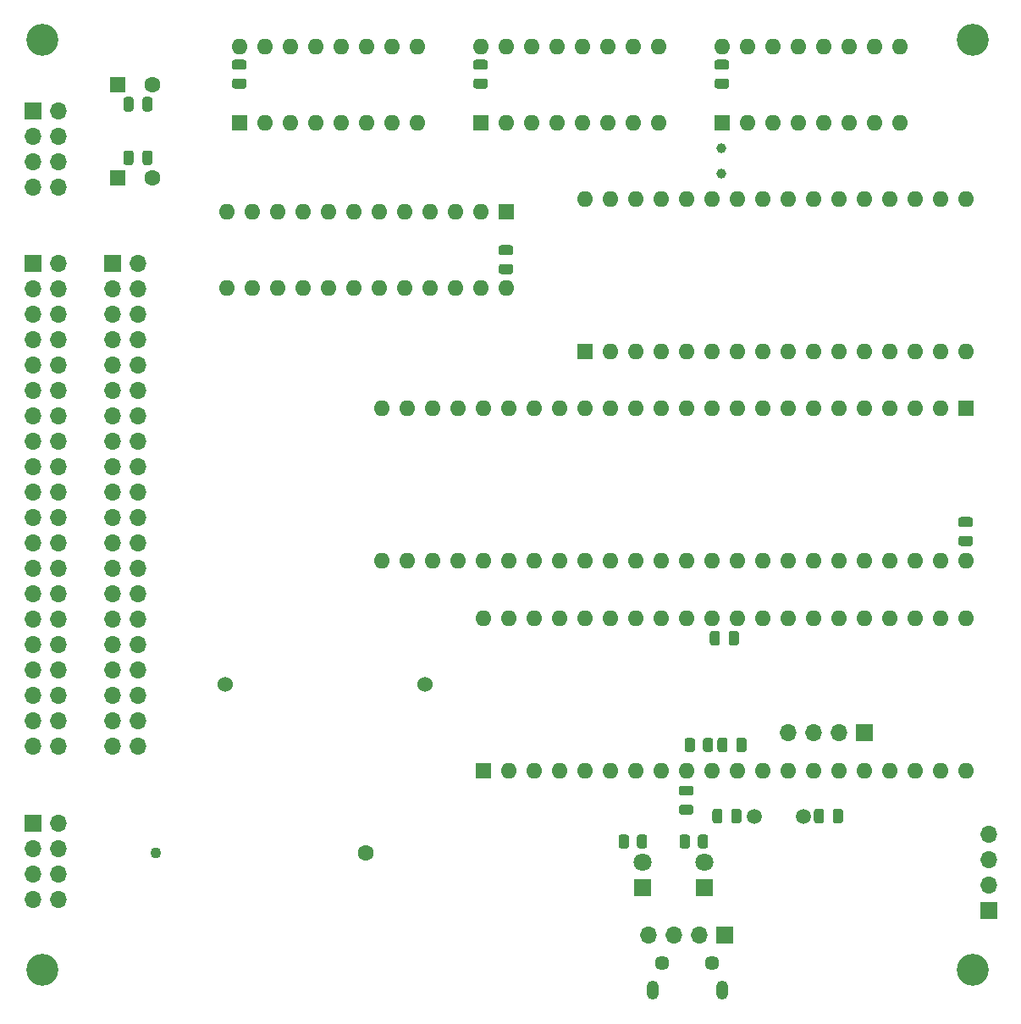
<source format=gbr>
%TF.GenerationSoftware,KiCad,Pcbnew,(5.1.9)-1*%
%TF.CreationDate,2021-05-25T17:26:24-04:00*%
%TF.ProjectId,main,6d61696e-2e6b-4696-9361-645f70636258,rev?*%
%TF.SameCoordinates,Original*%
%TF.FileFunction,Soldermask,Bot*%
%TF.FilePolarity,Negative*%
%FSLAX46Y46*%
G04 Gerber Fmt 4.6, Leading zero omitted, Abs format (unit mm)*
G04 Created by KiCad (PCBNEW (5.1.9)-1) date 2021-05-25 17:26:24*
%MOMM*%
%LPD*%
G01*
G04 APERTURE LIST*
%ADD10O,1.600000X1.600000*%
%ADD11R,1.600000X1.600000*%
%ADD12C,1.600000*%
%ADD13C,1.100000*%
%ADD14O,1.700000X1.700000*%
%ADD15R,1.700000X1.700000*%
%ADD16C,1.500000*%
%ADD17C,1.800000*%
%ADD18R,1.800000X1.800000*%
%ADD19O,1.200000X1.900000*%
%ADD20C,1.450000*%
%ADD21C,1.000000*%
%ADD22C,1.524000*%
%ADD23C,3.200000*%
G04 APERTURE END LIST*
%TO.C,C24*%
G36*
G01*
X66835000Y-27374000D02*
X67785000Y-27374000D01*
G75*
G02*
X68035000Y-27624000I0J-250000D01*
G01*
X68035000Y-28124000D01*
G75*
G02*
X67785000Y-28374000I-250000J0D01*
G01*
X66835000Y-28374000D01*
G75*
G02*
X66585000Y-28124000I0J250000D01*
G01*
X66585000Y-27624000D01*
G75*
G02*
X66835000Y-27374000I250000J0D01*
G01*
G37*
G36*
G01*
X66835000Y-25474000D02*
X67785000Y-25474000D01*
G75*
G02*
X68035000Y-25724000I0J-250000D01*
G01*
X68035000Y-26224000D01*
G75*
G02*
X67785000Y-26474000I-250000J0D01*
G01*
X66835000Y-26474000D01*
G75*
G02*
X66585000Y-26224000I0J250000D01*
G01*
X66585000Y-25724000D01*
G75*
G02*
X66835000Y-25474000I250000J0D01*
G01*
G37*
%TD*%
%TO.C,C22*%
G36*
G01*
X42705000Y-27374000D02*
X43655000Y-27374000D01*
G75*
G02*
X43905000Y-27624000I0J-250000D01*
G01*
X43905000Y-28124000D01*
G75*
G02*
X43655000Y-28374000I-250000J0D01*
G01*
X42705000Y-28374000D01*
G75*
G02*
X42455000Y-28124000I0J250000D01*
G01*
X42455000Y-27624000D01*
G75*
G02*
X42705000Y-27374000I250000J0D01*
G01*
G37*
G36*
G01*
X42705000Y-25474000D02*
X43655000Y-25474000D01*
G75*
G02*
X43905000Y-25724000I0J-250000D01*
G01*
X43905000Y-26224000D01*
G75*
G02*
X43655000Y-26474000I-250000J0D01*
G01*
X42705000Y-26474000D01*
G75*
G02*
X42455000Y-26224000I0J250000D01*
G01*
X42455000Y-25724000D01*
G75*
G02*
X42705000Y-25474000I250000J0D01*
G01*
G37*
%TD*%
%TO.C,C20*%
G36*
G01*
X70325000Y-45016000D02*
X69375000Y-45016000D01*
G75*
G02*
X69125000Y-44766000I0J250000D01*
G01*
X69125000Y-44266000D01*
G75*
G02*
X69375000Y-44016000I250000J0D01*
G01*
X70325000Y-44016000D01*
G75*
G02*
X70575000Y-44266000I0J-250000D01*
G01*
X70575000Y-44766000D01*
G75*
G02*
X70325000Y-45016000I-250000J0D01*
G01*
G37*
G36*
G01*
X70325000Y-46916000D02*
X69375000Y-46916000D01*
G75*
G02*
X69125000Y-46666000I0J250000D01*
G01*
X69125000Y-46166000D01*
G75*
G02*
X69375000Y-45916000I250000J0D01*
G01*
X70325000Y-45916000D01*
G75*
G02*
X70575000Y-46166000I0J-250000D01*
G01*
X70575000Y-46666000D01*
G75*
G02*
X70325000Y-46916000I-250000J0D01*
G01*
G37*
%TD*%
D10*
%TO.C,U7*%
X67310000Y-24130000D03*
X85090000Y-31750000D03*
X69850000Y-24130000D03*
X82550000Y-31750000D03*
X72390000Y-24130000D03*
X80010000Y-31750000D03*
X74930000Y-24130000D03*
X77470000Y-31750000D03*
X77470000Y-24130000D03*
X74930000Y-31750000D03*
X80010000Y-24130000D03*
X72390000Y-31750000D03*
X82550000Y-24130000D03*
X69850000Y-31750000D03*
X85090000Y-24130000D03*
D11*
X67310000Y-31750000D03*
%TD*%
D10*
%TO.C,U3*%
X43180000Y-24130000D03*
X60960000Y-31750000D03*
X45720000Y-24130000D03*
X58420000Y-31750000D03*
X48260000Y-24130000D03*
X55880000Y-31750000D03*
X50800000Y-24130000D03*
X53340000Y-31750000D03*
X53340000Y-24130000D03*
X50800000Y-31750000D03*
X55880000Y-24130000D03*
X48260000Y-31750000D03*
X58420000Y-24130000D03*
X45720000Y-31750000D03*
X60960000Y-24130000D03*
D11*
X43180000Y-31750000D03*
%TD*%
D12*
%TO.C,J9*%
X55855000Y-104775000D03*
D13*
X34855000Y-104775000D03*
%TD*%
D14*
%TO.C,J4*%
X118110000Y-102870000D03*
X118110000Y-105410000D03*
X118110000Y-107950000D03*
D15*
X118110000Y-110490000D03*
%TD*%
D16*
%TO.C,Y2*%
X94688000Y-101092000D03*
X99568000Y-101092000D03*
%TD*%
%TO.C,R11*%
G36*
G01*
X88754000Y-93529999D02*
X88754000Y-94430001D01*
G75*
G02*
X88504001Y-94680000I-249999J0D01*
G01*
X87978999Y-94680000D01*
G75*
G02*
X87729000Y-94430001I0J249999D01*
G01*
X87729000Y-93529999D01*
G75*
G02*
X87978999Y-93280000I249999J0D01*
G01*
X88504001Y-93280000D01*
G75*
G02*
X88754000Y-93529999I0J-249999D01*
G01*
G37*
G36*
G01*
X90579000Y-93529999D02*
X90579000Y-94430001D01*
G75*
G02*
X90329001Y-94680000I-249999J0D01*
G01*
X89803999Y-94680000D01*
G75*
G02*
X89554000Y-94430001I0J249999D01*
G01*
X89554000Y-93529999D01*
G75*
G02*
X89803999Y-93280000I249999J0D01*
G01*
X90329001Y-93280000D01*
G75*
G02*
X90579000Y-93529999I0J-249999D01*
G01*
G37*
%TD*%
%TO.C,R10*%
G36*
G01*
X88246000Y-103181999D02*
X88246000Y-104082001D01*
G75*
G02*
X87996001Y-104332000I-249999J0D01*
G01*
X87470999Y-104332000D01*
G75*
G02*
X87221000Y-104082001I0J249999D01*
G01*
X87221000Y-103181999D01*
G75*
G02*
X87470999Y-102932000I249999J0D01*
G01*
X87996001Y-102932000D01*
G75*
G02*
X88246000Y-103181999I0J-249999D01*
G01*
G37*
G36*
G01*
X90071000Y-103181999D02*
X90071000Y-104082001D01*
G75*
G02*
X89821001Y-104332000I-249999J0D01*
G01*
X89295999Y-104332000D01*
G75*
G02*
X89046000Y-104082001I0J249999D01*
G01*
X89046000Y-103181999D01*
G75*
G02*
X89295999Y-102932000I249999J0D01*
G01*
X89821001Y-102932000D01*
G75*
G02*
X90071000Y-103181999I0J-249999D01*
G01*
G37*
%TD*%
D14*
%TO.C,J8*%
X98044000Y-92710000D03*
X100584000Y-92710000D03*
X103124000Y-92710000D03*
D15*
X105664000Y-92710000D03*
%TD*%
D14*
%TO.C,J6*%
X84130000Y-113000000D03*
X86670000Y-113000000D03*
X89210000Y-113000000D03*
D15*
X91750000Y-113000000D03*
%TD*%
D17*
%TO.C,D2*%
X89662000Y-105664000D03*
D18*
X89662000Y-108204000D03*
%TD*%
%TO.C,C19*%
G36*
G01*
X88359000Y-99050000D02*
X87409000Y-99050000D01*
G75*
G02*
X87159000Y-98800000I0J250000D01*
G01*
X87159000Y-98300000D01*
G75*
G02*
X87409000Y-98050000I250000J0D01*
G01*
X88359000Y-98050000D01*
G75*
G02*
X88609000Y-98300000I0J-250000D01*
G01*
X88609000Y-98800000D01*
G75*
G02*
X88359000Y-99050000I-250000J0D01*
G01*
G37*
G36*
G01*
X88359000Y-100950000D02*
X87409000Y-100950000D01*
G75*
G02*
X87159000Y-100700000I0J250000D01*
G01*
X87159000Y-100200000D01*
G75*
G02*
X87409000Y-99950000I250000J0D01*
G01*
X88359000Y-99950000D01*
G75*
G02*
X88609000Y-100200000I0J-250000D01*
G01*
X88609000Y-100700000D01*
G75*
G02*
X88359000Y-100950000I-250000J0D01*
G01*
G37*
%TD*%
D10*
%TO.C,U4*%
X67580000Y-81280000D03*
X115840000Y-96520000D03*
X70120000Y-81280000D03*
X113300000Y-96520000D03*
X72660000Y-81280000D03*
X110760000Y-96520000D03*
X75200000Y-81280000D03*
X108220000Y-96520000D03*
X77740000Y-81280000D03*
X105680000Y-96520000D03*
X80280000Y-81280000D03*
X103140000Y-96520000D03*
X82820000Y-81280000D03*
X100600000Y-96520000D03*
X85360000Y-81280000D03*
X98060000Y-96520000D03*
X87900000Y-81280000D03*
X95520000Y-96520000D03*
X90440000Y-81280000D03*
X92980000Y-96520000D03*
X92980000Y-81280000D03*
X90440000Y-96520000D03*
X95520000Y-81280000D03*
X87900000Y-96520000D03*
X98060000Y-81280000D03*
X85360000Y-96520000D03*
X100600000Y-81280000D03*
X82820000Y-96520000D03*
X103140000Y-81280000D03*
X80280000Y-96520000D03*
X105680000Y-81280000D03*
X77740000Y-96520000D03*
X108220000Y-81280000D03*
X75200000Y-96520000D03*
X110760000Y-81280000D03*
X72660000Y-96520000D03*
X113300000Y-81280000D03*
X70120000Y-96520000D03*
X115840000Y-81280000D03*
D11*
X67580000Y-96520000D03*
%TD*%
D10*
%TO.C,U5*%
X115840000Y-75565000D03*
X57420000Y-60325000D03*
X113300000Y-75565000D03*
X59960000Y-60325000D03*
X110760000Y-75565000D03*
X62500000Y-60325000D03*
X108220000Y-75565000D03*
X65040000Y-60325000D03*
X105680000Y-75565000D03*
X67580000Y-60325000D03*
X103140000Y-75565000D03*
X70120000Y-60325000D03*
X100600000Y-75565000D03*
X72660000Y-60325000D03*
X98060000Y-75565000D03*
X75200000Y-60325000D03*
X95520000Y-75565000D03*
X77740000Y-60325000D03*
X92980000Y-75565000D03*
X80280000Y-60325000D03*
X90440000Y-75565000D03*
X82820000Y-60325000D03*
X87900000Y-75565000D03*
X85360000Y-60325000D03*
X85360000Y-75565000D03*
X87900000Y-60325000D03*
X82820000Y-75565000D03*
X90440000Y-60325000D03*
X80280000Y-75565000D03*
X92980000Y-60325000D03*
X77740000Y-75565000D03*
X95520000Y-60325000D03*
X75200000Y-75565000D03*
X98060000Y-60325000D03*
X72660000Y-75565000D03*
X100600000Y-60325000D03*
X70120000Y-75565000D03*
X103140000Y-60325000D03*
X67580000Y-75565000D03*
X105680000Y-60325000D03*
X65040000Y-75565000D03*
X108220000Y-60325000D03*
X62500000Y-75565000D03*
X110760000Y-60325000D03*
X59960000Y-75565000D03*
X113300000Y-60325000D03*
X57420000Y-75565000D03*
D11*
X115840000Y-60325000D03*
%TD*%
D10*
%TO.C,U8*%
X69850000Y-48260000D03*
X41910000Y-40640000D03*
X67310000Y-48260000D03*
X44450000Y-40640000D03*
X64770000Y-48260000D03*
X46990000Y-40640000D03*
X62230000Y-48260000D03*
X49530000Y-40640000D03*
X59690000Y-48260000D03*
X52070000Y-40640000D03*
X57150000Y-48260000D03*
X54610000Y-40640000D03*
X54610000Y-48260000D03*
X57150000Y-40640000D03*
X52070000Y-48260000D03*
X59690000Y-40640000D03*
X49530000Y-48260000D03*
X62230000Y-40640000D03*
X46990000Y-48260000D03*
X64770000Y-40640000D03*
X44450000Y-48260000D03*
X67310000Y-40640000D03*
X41910000Y-48260000D03*
D11*
X69850000Y-40640000D03*
%TD*%
%TO.C,R9*%
G36*
G01*
X82150000Y-103181999D02*
X82150000Y-104082001D01*
G75*
G02*
X81900001Y-104332000I-249999J0D01*
G01*
X81374999Y-104332000D01*
G75*
G02*
X81125000Y-104082001I0J249999D01*
G01*
X81125000Y-103181999D01*
G75*
G02*
X81374999Y-102932000I249999J0D01*
G01*
X81900001Y-102932000D01*
G75*
G02*
X82150000Y-103181999I0J-249999D01*
G01*
G37*
G36*
G01*
X83975000Y-103181999D02*
X83975000Y-104082001D01*
G75*
G02*
X83725001Y-104332000I-249999J0D01*
G01*
X83199999Y-104332000D01*
G75*
G02*
X82950000Y-104082001I0J249999D01*
G01*
X82950000Y-103181999D01*
G75*
G02*
X83199999Y-102932000I249999J0D01*
G01*
X83725001Y-102932000D01*
G75*
G02*
X83975000Y-103181999I0J-249999D01*
G01*
G37*
%TD*%
D19*
%TO.C,J7*%
X91500000Y-118487500D03*
X84500000Y-118487500D03*
D20*
X90500000Y-115787500D03*
X85500000Y-115787500D03*
%TD*%
D17*
%TO.C,D1*%
X83500000Y-105664000D03*
D18*
X83500000Y-108204000D03*
%TD*%
%TO.C,C10*%
G36*
G01*
X102558000Y-101567000D02*
X102558000Y-100617000D01*
G75*
G02*
X102808000Y-100367000I250000J0D01*
G01*
X103308000Y-100367000D01*
G75*
G02*
X103558000Y-100617000I0J-250000D01*
G01*
X103558000Y-101567000D01*
G75*
G02*
X103308000Y-101817000I-250000J0D01*
G01*
X102808000Y-101817000D01*
G75*
G02*
X102558000Y-101567000I0J250000D01*
G01*
G37*
G36*
G01*
X100658000Y-101567000D02*
X100658000Y-100617000D01*
G75*
G02*
X100908000Y-100367000I250000J0D01*
G01*
X101408000Y-100367000D01*
G75*
G02*
X101658000Y-100617000I0J-250000D01*
G01*
X101658000Y-101567000D01*
G75*
G02*
X101408000Y-101817000I-250000J0D01*
G01*
X100908000Y-101817000D01*
G75*
G02*
X100658000Y-101567000I0J250000D01*
G01*
G37*
%TD*%
%TO.C,C9*%
G36*
G01*
X91498000Y-100617000D02*
X91498000Y-101567000D01*
G75*
G02*
X91248000Y-101817000I-250000J0D01*
G01*
X90748000Y-101817000D01*
G75*
G02*
X90498000Y-101567000I0J250000D01*
G01*
X90498000Y-100617000D01*
G75*
G02*
X90748000Y-100367000I250000J0D01*
G01*
X91248000Y-100367000D01*
G75*
G02*
X91498000Y-100617000I0J-250000D01*
G01*
G37*
G36*
G01*
X93398000Y-100617000D02*
X93398000Y-101567000D01*
G75*
G02*
X93148000Y-101817000I-250000J0D01*
G01*
X92648000Y-101817000D01*
G75*
G02*
X92398000Y-101567000I0J250000D01*
G01*
X92398000Y-100617000D01*
G75*
G02*
X92648000Y-100367000I250000J0D01*
G01*
X93148000Y-100367000D01*
G75*
G02*
X93398000Y-100617000I0J-250000D01*
G01*
G37*
%TD*%
D10*
%TO.C,U2*%
X91440000Y-24130000D03*
X109220000Y-31750000D03*
X93980000Y-24130000D03*
X106680000Y-31750000D03*
X96520000Y-24130000D03*
X104140000Y-31750000D03*
X99060000Y-24130000D03*
X101600000Y-31750000D03*
X101600000Y-24130000D03*
X99060000Y-31750000D03*
X104140000Y-24130000D03*
X96520000Y-31750000D03*
X106680000Y-24130000D03*
X93980000Y-31750000D03*
X109220000Y-24130000D03*
D11*
X91440000Y-31750000D03*
%TD*%
D21*
%TO.C,Y1*%
X91425000Y-34290000D03*
X91425000Y-36830000D03*
%TD*%
D10*
%TO.C,U6*%
X77740000Y-39370000D03*
X115840000Y-54610000D03*
X80280000Y-39370000D03*
X113300000Y-54610000D03*
X82820000Y-39370000D03*
X110760000Y-54610000D03*
X85360000Y-39370000D03*
X108220000Y-54610000D03*
X87900000Y-39370000D03*
X105680000Y-54610000D03*
X90440000Y-39370000D03*
X103140000Y-54610000D03*
X92980000Y-39370000D03*
X100600000Y-54610000D03*
X95520000Y-39370000D03*
X98060000Y-54610000D03*
X98060000Y-39370000D03*
X95520000Y-54610000D03*
X100600000Y-39370000D03*
X92980000Y-54610000D03*
X103140000Y-39370000D03*
X90440000Y-54610000D03*
X105680000Y-39370000D03*
X87900000Y-54610000D03*
X108220000Y-39370000D03*
X85360000Y-54610000D03*
X110760000Y-39370000D03*
X82820000Y-54610000D03*
X113300000Y-39370000D03*
X80280000Y-54610000D03*
X115840000Y-39370000D03*
D11*
X77740000Y-54610000D03*
%TD*%
D22*
%TO.C,BT1*%
X61800000Y-87905000D03*
X41800000Y-87905000D03*
%TD*%
D23*
%TO.C,M4*%
X23500000Y-116500000D03*
%TD*%
%TO.C,M3*%
X23500000Y-23500000D03*
%TD*%
%TO.C,M2*%
X116500000Y-116500000D03*
%TD*%
%TO.C,M1*%
X116500000Y-23500000D03*
%TD*%
D12*
%TO.C,C1*%
X34500000Y-37300000D03*
D11*
X31000000Y-37300000D03*
%TD*%
%TO.C,C3*%
G36*
G01*
X33503900Y-35762200D02*
X33503900Y-34812200D01*
G75*
G02*
X33753900Y-34562200I250000J0D01*
G01*
X34253900Y-34562200D01*
G75*
G02*
X34503900Y-34812200I0J-250000D01*
G01*
X34503900Y-35762200D01*
G75*
G02*
X34253900Y-36012200I-250000J0D01*
G01*
X33753900Y-36012200D01*
G75*
G02*
X33503900Y-35762200I0J250000D01*
G01*
G37*
G36*
G01*
X31603900Y-35762200D02*
X31603900Y-34812200D01*
G75*
G02*
X31853900Y-34562200I250000J0D01*
G01*
X32353900Y-34562200D01*
G75*
G02*
X32603900Y-34812200I0J-250000D01*
G01*
X32603900Y-35762200D01*
G75*
G02*
X32353900Y-36012200I-250000J0D01*
G01*
X31853900Y-36012200D01*
G75*
G02*
X31603900Y-35762200I0J250000D01*
G01*
G37*
%TD*%
%TO.C,C2*%
G36*
G01*
X33503900Y-30408000D02*
X33503900Y-29458000D01*
G75*
G02*
X33753900Y-29208000I250000J0D01*
G01*
X34253900Y-29208000D01*
G75*
G02*
X34503900Y-29458000I0J-250000D01*
G01*
X34503900Y-30408000D01*
G75*
G02*
X34253900Y-30658000I-250000J0D01*
G01*
X33753900Y-30658000D01*
G75*
G02*
X33503900Y-30408000I0J250000D01*
G01*
G37*
G36*
G01*
X31603900Y-30408000D02*
X31603900Y-29458000D01*
G75*
G02*
X31853900Y-29208000I250000J0D01*
G01*
X32353900Y-29208000D01*
G75*
G02*
X32603900Y-29458000I0J-250000D01*
G01*
X32603900Y-30408000D01*
G75*
G02*
X32353900Y-30658000I-250000J0D01*
G01*
X31853900Y-30658000D01*
G75*
G02*
X31603900Y-30408000I0J250000D01*
G01*
G37*
%TD*%
%TO.C,C12*%
G36*
G01*
X90965000Y-27374000D02*
X91915000Y-27374000D01*
G75*
G02*
X92165000Y-27624000I0J-250000D01*
G01*
X92165000Y-28124000D01*
G75*
G02*
X91915000Y-28374000I-250000J0D01*
G01*
X90965000Y-28374000D01*
G75*
G02*
X90715000Y-28124000I0J250000D01*
G01*
X90715000Y-27624000D01*
G75*
G02*
X90965000Y-27374000I250000J0D01*
G01*
G37*
G36*
G01*
X90965000Y-25474000D02*
X91915000Y-25474000D01*
G75*
G02*
X92165000Y-25724000I0J-250000D01*
G01*
X92165000Y-26224000D01*
G75*
G02*
X91915000Y-26474000I-250000J0D01*
G01*
X90965000Y-26474000D01*
G75*
G02*
X90715000Y-26224000I0J250000D01*
G01*
X90715000Y-25724000D01*
G75*
G02*
X90965000Y-25474000I250000J0D01*
G01*
G37*
%TD*%
%TO.C,C13*%
G36*
G01*
X116299000Y-72194000D02*
X115349000Y-72194000D01*
G75*
G02*
X115099000Y-71944000I0J250000D01*
G01*
X115099000Y-71444000D01*
G75*
G02*
X115349000Y-71194000I250000J0D01*
G01*
X116299000Y-71194000D01*
G75*
G02*
X116549000Y-71444000I0J-250000D01*
G01*
X116549000Y-71944000D01*
G75*
G02*
X116299000Y-72194000I-250000J0D01*
G01*
G37*
G36*
G01*
X116299000Y-74094000D02*
X115349000Y-74094000D01*
G75*
G02*
X115099000Y-73844000I0J250000D01*
G01*
X115099000Y-73344000D01*
G75*
G02*
X115349000Y-73094000I250000J0D01*
G01*
X116299000Y-73094000D01*
G75*
G02*
X116549000Y-73344000I0J-250000D01*
G01*
X116549000Y-73844000D01*
G75*
G02*
X116299000Y-74094000I-250000J0D01*
G01*
G37*
%TD*%
%TO.C,C14*%
G36*
G01*
X91244000Y-82837000D02*
X91244000Y-83787000D01*
G75*
G02*
X90994000Y-84037000I-250000J0D01*
G01*
X90494000Y-84037000D01*
G75*
G02*
X90244000Y-83787000I0J250000D01*
G01*
X90244000Y-82837000D01*
G75*
G02*
X90494000Y-82587000I250000J0D01*
G01*
X90994000Y-82587000D01*
G75*
G02*
X91244000Y-82837000I0J-250000D01*
G01*
G37*
G36*
G01*
X93144000Y-82837000D02*
X93144000Y-83787000D01*
G75*
G02*
X92894000Y-84037000I-250000J0D01*
G01*
X92394000Y-84037000D01*
G75*
G02*
X92144000Y-83787000I0J250000D01*
G01*
X92144000Y-82837000D01*
G75*
G02*
X92394000Y-82587000I250000J0D01*
G01*
X92894000Y-82587000D01*
G75*
G02*
X93144000Y-82837000I0J-250000D01*
G01*
G37*
%TD*%
%TO.C,C18*%
G36*
G01*
X92906000Y-94455000D02*
X92906000Y-93505000D01*
G75*
G02*
X93156000Y-93255000I250000J0D01*
G01*
X93656000Y-93255000D01*
G75*
G02*
X93906000Y-93505000I0J-250000D01*
G01*
X93906000Y-94455000D01*
G75*
G02*
X93656000Y-94705000I-250000J0D01*
G01*
X93156000Y-94705000D01*
G75*
G02*
X92906000Y-94455000I0J250000D01*
G01*
G37*
G36*
G01*
X91006000Y-94455000D02*
X91006000Y-93505000D01*
G75*
G02*
X91256000Y-93255000I250000J0D01*
G01*
X91756000Y-93255000D01*
G75*
G02*
X92006000Y-93505000I0J-250000D01*
G01*
X92006000Y-94455000D01*
G75*
G02*
X91756000Y-94705000I-250000J0D01*
G01*
X91256000Y-94705000D01*
G75*
G02*
X91006000Y-94455000I0J250000D01*
G01*
G37*
%TD*%
D12*
%TO.C,C4*%
X34500000Y-28000000D03*
D11*
X31000000Y-28000000D03*
%TD*%
D15*
%TO.C,J5*%
X22540000Y-30600000D03*
D14*
X25080000Y-30600000D03*
X22540000Y-33140000D03*
X25080000Y-33140000D03*
X22540000Y-35680000D03*
X25080000Y-35680000D03*
X22540000Y-38220000D03*
X25080000Y-38220000D03*
%TD*%
%TO.C,J1*%
X25080000Y-109400000D03*
X22540000Y-109400000D03*
X25080000Y-106860000D03*
X22540000Y-106860000D03*
X25080000Y-104320000D03*
X22540000Y-104320000D03*
X25080000Y-101780000D03*
D15*
X22540000Y-101780000D03*
%TD*%
D14*
%TO.C,J3*%
X33080000Y-94130000D03*
X30540000Y-94130000D03*
X33080000Y-91590000D03*
X30540000Y-91590000D03*
X33080000Y-89050000D03*
X30540000Y-89050000D03*
X33080000Y-86510000D03*
X30540000Y-86510000D03*
X33080000Y-83970000D03*
X30540000Y-83970000D03*
X33080000Y-81430000D03*
X30540000Y-81430000D03*
X33080000Y-78890000D03*
X30540000Y-78890000D03*
X33080000Y-76350000D03*
X30540000Y-76350000D03*
X33080000Y-73810000D03*
X30540000Y-73810000D03*
X33080000Y-71270000D03*
X30540000Y-71270000D03*
X33080000Y-68730000D03*
X30540000Y-68730000D03*
X33080000Y-66190000D03*
X30540000Y-66190000D03*
X33080000Y-63650000D03*
X30540000Y-63650000D03*
X33080000Y-61110000D03*
X30540000Y-61110000D03*
X33080000Y-58570000D03*
X30540000Y-58570000D03*
X33080000Y-56030000D03*
X30540000Y-56030000D03*
X33080000Y-53490000D03*
X30540000Y-53490000D03*
X33080000Y-50950000D03*
X30540000Y-50950000D03*
X33080000Y-48410000D03*
X30540000Y-48410000D03*
X33080000Y-45870000D03*
D15*
X30540000Y-45870000D03*
%TD*%
D14*
%TO.C,J2*%
X25080000Y-94130000D03*
X22540000Y-94130000D03*
X25080000Y-91590000D03*
X22540000Y-91590000D03*
X25080000Y-89050000D03*
X22540000Y-89050000D03*
X25080000Y-86510000D03*
X22540000Y-86510000D03*
X25080000Y-83970000D03*
X22540000Y-83970000D03*
X25080000Y-81430000D03*
X22540000Y-81430000D03*
X25080000Y-78890000D03*
X22540000Y-78890000D03*
X25080000Y-76350000D03*
X22540000Y-76350000D03*
X25080000Y-73810000D03*
X22540000Y-73810000D03*
X25080000Y-71270000D03*
X22540000Y-71270000D03*
X25080000Y-68730000D03*
X22540000Y-68730000D03*
X25080000Y-66190000D03*
X22540000Y-66190000D03*
X25080000Y-63650000D03*
X22540000Y-63650000D03*
X25080000Y-61110000D03*
X22540000Y-61110000D03*
X25080000Y-58570000D03*
X22540000Y-58570000D03*
X25080000Y-56030000D03*
X22540000Y-56030000D03*
X25080000Y-53490000D03*
X22540000Y-53490000D03*
X25080000Y-50950000D03*
X22540000Y-50950000D03*
X25080000Y-48410000D03*
X22540000Y-48410000D03*
X25080000Y-45870000D03*
D15*
X22540000Y-45870000D03*
%TD*%
M02*

</source>
